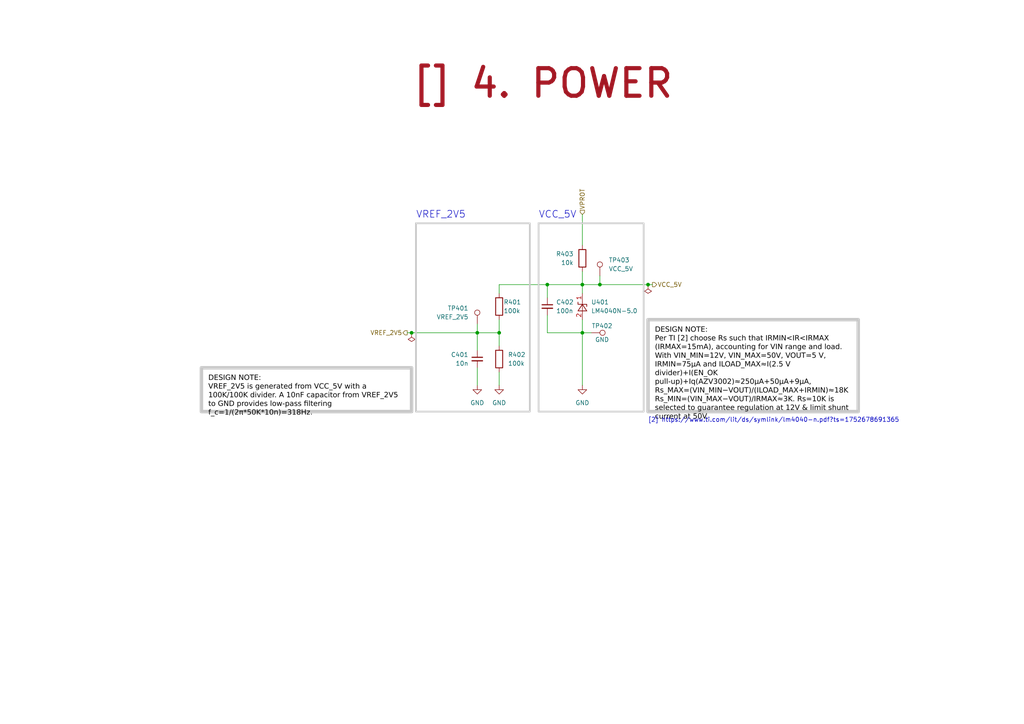
<source format=kicad_sch>
(kicad_sch (version 20250114) (generator "eeschema") (generator_version "9.0")
  (paper "A4")
  (title_block (title "4. POWER") (date "2025-01-12") (rev "${REVISION}") (company "${COMPANY}"))
  (lib_symbols
    (symbol "Connector:TestPoint" (pin_numbers (hide yes)) (pin_names (offset 0.762) (hide yes))
      (property "Reference" "TP" (at 0 6.858 0))
      (property "Value" "TestPoint" (at 0 5.08 0))
      (symbol "TestPoint_0_1"
        (circle (center 0 3.302) (radius 0.762))
      )
      (symbol "TestPoint_1_1"
        (pin passive line (at 0 0 90) (length 2.54) (name "1") (number "1"))
      )
    )
    (symbol "Device:C_Small" (pin_numbers (hide yes)) (pin_names (offset 0.254) (hide yes))
      (property "Reference" "C" (at 0.254 1.778 0))
      (property "Value" "C_Small" (at 0.254 -2.032 0))
      (symbol "C_Small_0_1"
        (polyline (pts (xy -1.524 0.508) (xy 1.524 0.508)) (stroke (width 0.3048)))
        (polyline (pts (xy -1.524 -0.508) (xy 1.524 -0.508)) (stroke (width 0.3302)))
      )
      (symbol "C_Small_1_1"
        (pin passive line (at 0 2.54 270) (length 2.032) (name "~") (number "1"))
        (pin passive line (at 0 -2.54 90) (length 2.032) (name "~") (number "2"))
      )
    )
    (symbol "Device:R" (pin_numbers (hide yes)) (pin_names (offset 0))
      (property "Reference" "R" (at 2.032 0 90))
      (property "Value" "R" (at 0 0 90))
      (symbol "R_0_1"
        (rectangle (start -1.016 -2.54) (end 1.016 2.54) (stroke (width 0.254)))
      )
      (symbol "R_1_1"
        (pin passive line (at 0 3.81 270) (length 1.27) (name "~") (number "1"))
        (pin passive line (at 0 -3.81 90) (length 1.27) (name "~") (number "2"))
      )
    )
    (symbol "Reference_Voltage:LM4040DBZ-5" (pin_names (offset 0.0254) (hide yes))
      (property "Reference" "U" (at 0 2.54 0))
      (property "Value" "LM4040DBZ-5" (at 0 -3.175 0))
      (symbol "LM4040DBZ-5_0_1"
        (polyline (pts (xy -1.27 0) (xy 0 0) (xy 1.27 0)))
        (polyline (pts (xy -1.27 -1.27) (xy 0.635 0) (xy -1.27 1.27) (xy -1.27 -1.27)) (stroke (width 0.2032)))
        (polyline (pts (xy 0 -1.27) (xy 0.635 -1.27) (xy 0.635 1.27) (xy 1.27 1.27)) (stroke (width 0.2032)))
      )
      (symbol "LM4040DBZ-5_1_1"
        (pin passive line (at -3.81 0 0) (length 2.54) (name "A") (number "2"))
        (pin no_connect line (at -1.27 0 0) (length 2.54) (hide yes) (name "NC") (number "3"))
        (pin passive line (at 3.81 0 180) (length 2.54) (name "K") (number "1"))
      )
    )
    (symbol "power:GND" (power) (pin_numbers (hide yes)) (pin_names (offset 0) (hide yes))
      (property "Value" "GND" (at 0 -3.81 0))
      (symbol "GND_0_1"
        (polyline (pts (xy 0 0) (xy 0 -1.27) (xy 1.27 -1.27) (xy 0 -2.54) (xy -1.27 -1.27) (xy 0 -1.27)))
      )
      (symbol "GND_1_1"
        (pin power_in line (at 0 0 270) (length 0) (name "~") (number "1"))
      )
    )
    (symbol "power:PWR_FLAG" (power) (pin_numbers (hide yes)) (pin_names (offset 0) (hide yes))
      (property "Value" "PWR_FLAG" (at 0 3.81 0))
      (symbol "PWR_FLAG_0_0"
        (pin power_out line (at 0 0 90) (length 0) (name "~") (number "1"))
      )
      (symbol "PWR_FLAG_0_1"
        (polyline (pts (xy 0 0) (xy 0 1.27) (xy -1.016 1.905) (xy 0 2.54) (xy 1.016 1.905) (xy 0 1.27)))
      )
    )
  )
  (rectangle (start 120.65 64.77) (end 153.67 119.38) (stroke (width 0.5) (color 200 200 200 1)))
  (rectangle (start 156.21 64.77) (end 186.69 119.38) (stroke (width 0.5) (color 200 200 200 1)))
  (text "VREF_2V5" (at 120.65 63.5 0) (effects (font (size 2 2)) (justify left bottom)))
  (text "" (at 125.73 53.34 0) (effects (font (size 2 2)) (justify left bottom)))
  (text "VCC_5V" (at 156.21 63.5 0) (effects (font (size 2 2)) (justify left bottom)))
  (text "[2] https://www.ti.com/lit/ds/symlink/lm4040-n.pdf?ts=1752678691365" (at 187.96 121.92 0) (effects (font (size 1.27 1.27)) (justify left)))
  (text_box "DESIGN NOTE:\nVREF_2V5 is generated from VCC_5V with a 100K/100K divider. A 10nF capacitor from VREF_2V5 to GND provides low-pass filtering f_c=1/(2π*50K*10n)=318Hz." (at 58.42 106.68 0) (size 60.96 12.7) (margins 2 2 2 2) (stroke (width 1) (color 200 200 200 1)) (effects (font (size 1.5 1.5)) (justify left top)))
  (text_box "DESIGN NOTE:\nPer TI [2] choose Rs such that IRMIN<IR<IRMAX (IRMAX=15mA), accounting for VIN range and load.\nWith VIN_MIN=12V, VIN_MAX=50V, VOUT=5 V, IRMIN=75µA and ILOAD_MAX≈I(2.5 V divider)+I(EN_OK pull-up)+Iq(AZV3002)≈250µA+50µA+9µA,\nRs_MAX=(VIN_MIN−VOUT)/(ILOAD_MAX+IRMIN)≈18K\nRs_MIN=(VIN_MAX−VOUT)/IRMAX≈3K. Rs=10K is selected to guarantee regulation at 12V & limit shunt current at 50V." (at 187.96 92.71 0) (size 60.96 26.67) (margins 2 2 2 2) (stroke (width 1) (color 200 200 200 1)) (effects (font (size 1.5 1.5)) (justify left top)))
  (text_box "[${#}] ${TITLE}" (at 76.2 17.78 0) (size 162.56 12.7) (margins 5.9999 5.9999 5.9999 5.9999) (stroke (width -0.0001)) (effects (font (size 8 8) (thickness 1.2) (bold yes))))
  (junction (at 138.43 96.52))
  (junction (at 173.99 82.55))
  (junction (at 158.75 82.55))
  (junction (at 187.96 82.55))
  (junction (at 119.38 96.52))
  (junction (at 168.91 96.52))
  (junction (at 168.91 82.55))
  (junction (at 144.78 96.52))
  (wire (pts (xy 144.78 92.71) (xy 144.78 96.52)))
  (wire (pts (xy 158.75 91.44) (xy 158.75 96.52)))
  (wire (pts (xy 168.91 92.71) (xy 168.91 96.52)))
  (wire (pts (xy 168.91 78.74) (xy 168.91 82.55)))
  (wire (pts (xy 144.78 107.95) (xy 144.78 111.76)))
  (wire (pts (xy 119.38 96.52) (xy 138.43 96.52)))
  (wire (pts (xy 168.91 62.23) (xy 168.91 71.12)))
  (wire (pts (xy 173.99 82.55) (xy 173.99 80.01)))
  (wire (pts (xy 144.78 82.55) (xy 144.78 85.09)))
  (wire (pts (xy 168.91 82.55) (xy 168.91 85.09)))
  (wire (pts (xy 138.43 96.52) (xy 138.43 101.6)))
  (wire (pts (xy 144.78 96.52) (xy 144.78 100.33)))
  (wire (pts (xy 138.43 93.98) (xy 138.43 96.52)))
  (wire (pts (xy 158.75 82.55) (xy 158.75 86.36)))
  (wire (pts (xy 144.78 82.55) (xy 158.75 82.55)))
  (wire (pts (xy 173.99 82.55) (xy 187.96 82.55)))
  (wire (pts (xy 118.11 96.52) (xy 119.38 96.52)))
  (wire (pts (xy 168.91 96.52) (xy 171.45 96.52)))
  (wire (pts (xy 187.96 82.55) (xy 189.23 82.55)))
  (wire (pts (xy 168.91 96.52) (xy 168.91 111.76)))
  (wire (pts (xy 158.75 96.52) (xy 168.91 96.52)))
  (wire (pts (xy 168.91 82.55) (xy 173.99 82.55)))
  (wire (pts (xy 138.43 106.68) (xy 138.43 111.76)))
  (wire (pts (xy 138.43 96.52) (xy 144.78 96.52)))
  (wire (pts (xy 168.91 82.55) (xy 158.75 82.55)))
  (hierarchical_label "VCC_5V" (shape output) (at 189.23 82.55 0))
  (hierarchical_label "VPROT" (shape input) (at 168.91 62.23 90))
  (hierarchical_label "VREF_2V5" (shape output) (at 118.11 96.52 180))
  (symbol (lib_id "Device:R") (at 144.78 88.9 180) (unit 1)
    (property "Reference" "R401" (at 146.05 87.63 0) (effects (justify right)))
    (property "Value" "100k" (at 146.05 90.17 0) (effects (justify right)))
    (property "Footprint" "Resistor_SMD:R_1206_3216Metric_Pad1.30x1.75mm_HandSolder" (effects (hide yes)))
    (property "Description" "Resistor" (effects (hide yes)))
  )
  (symbol (lib_id "power:GND") (at 168.91 111.76 0) (unit 1)
    (property "Reference" "#PWR0403" (effects (hide yes)))
    (property "Value" "GND" (at 168.91 116.84 0))
    (property "Description" "Power symbol creates a global label with name \"GND\" , ground" (effects (hide yes)))
  )
  (symbol (lib_id "Reference_Voltage:LM4040DBZ-5") (at 168.91 88.9 90) (unit 1)
    (property "Reference" "U401" (at 171.45 87.63 90) (effects (justify right)))
    (property "Value" "LM4040N-5.0" (at 171.45 90.17 90) (effects (justify right)))
    (property "Footprint" "Package_TO_SOT_SMD:SOT-23" (effects (hide yes)))
    (property "Datasheet" "http://www.ti.com/lit/ds/symlink/lm4040-n.pdf" (effects (hide yes)))
    (property "Description" "5.000V Precision Micropower Shunt Voltage Reference, SOT-23" (effects (hide yes)))
    (property "Manufacturer" "Texas Instruments" (effects (hide yes)))
    (property "MPN" "LM4040CIM3-5.0/NOPB" (effects (hide yes)))
  )
  (symbol (lib_id "Device:R") (at 144.78 104.14 180) (unit 1)
    (property "Reference" "R402" (at 147.32 102.8699 0) (effects (justify right)))
    (property "Value" "100k" (at 147.32 105.4099 0) (effects (justify right)))
    (property "Footprint" "Resistor_SMD:R_1206_3216Metric_Pad1.30x1.75mm_HandSolder" (effects (hide yes)))
    (property "Description" "Resistor" (effects (hide yes)))
  )
  (symbol (lib_id "power:PWR_FLAG") (at 119.38 96.52 180) (unit 1)
    (property "Reference" "#FLG0904" (effects (hide yes)))
    (property "Value" "PWR_FLAG" (effects (hide yes)))
    (property "Description" "Special symbol for telling ERC where power comes from" (effects (hide yes)))
  )
  (symbol (lib_id "Device:C_Small") (at 158.75 88.9 0) (unit 1)
    (property "Reference" "C402" (at 161.29 87.6362 0) (effects (justify left)))
    (property "Value" "100n" (at 161.29 90.1762 0) (effects (justify left)))
    (property "Footprint" "Capacitor_SMD:C_0603_1608Metric_Pad1.08x0.95mm_HandSolder" (effects (hide yes)))
    (property "Datasheet" "https://mm.digikey.com/Volume0/opasdata/d220001/medias/docus/931/C_Series_GeneralAppl_B11.pdf" (effects (hide yes)))
    (property "Description" "CAP CER 0.1UF 16V X7R 0603" (effects (hide yes)))
    (property "Manufacturer" "TPK" (effects (hide yes)))
    (property "MPN" "C1608X7R1C104KT" (effects (hide yes)))
    (property "Dielectric" "X7R" (effects (hide yes)))
    (property "Voltage_Rating" "16V" (effects (hide yes)))
    (property "Tolerance" "10%" (effects (hide yes)))
  )
  (symbol (lib_id "power:PWR_FLAG") (at 187.96 82.55 180) (unit 1)
    (property "Reference" "#FLG0901" (effects (hide yes)))
    (property "Value" "PWR_FLAG" (effects (hide yes)))
    (property "Description" "Special symbol for telling ERC where power comes from" (effects (hide yes)))
  )
  (symbol (lib_id "Device:R") (at 168.91 74.93 180) (unit 1)
    (property "Reference" "R403" (at 166.37 73.66 0) (effects (justify left)))
    (property "Value" "10k" (at 166.37 76.2 0) (effects (justify left)))
    (property "Footprint" "Resistor_SMD:R_1206_3216Metric_Pad1.30x1.75mm_HandSolder" (effects (hide yes)))
    (property "Description" "Resistor" (effects (hide yes)))
  )
  (symbol (lib_id "power:GND") (at 144.78 111.76 0) (unit 1)
    (property "Reference" "#PWR0402" (effects (hide yes)))
    (property "Value" "GND" (at 144.78 116.84 0))
    (property "Description" "Power symbol creates a global label with name \"GND\" , ground" (effects (hide yes)))
  )
  (symbol (lib_id "Connector:TestPoint") (at 138.43 93.98 0) (mirror y) (unit 1) (in_bom no)
    (property "Reference" "TP401" (at 135.89 89.4079 0) (effects (justify left)))
    (property "Value" "VREF_2V5" (at 135.89 91.9479 0) (effects (justify left)))
    (property "Footprint" "TestPoint:TestPoint_Pad_D1.5mm" (effects (hide yes)))
    (property "Description" "test point" (effects (hide yes)))
  )
  (symbol (lib_id "Device:C_Small") (at 138.43 104.14 0) (mirror y) (unit 1)
    (property "Reference" "C401" (at 135.89 102.8762 0) (effects (justify left)))
    (property "Value" "10n" (at 135.89 105.4162 0) (effects (justify left)))
    (property "Footprint" "Capacitor_SMD:C_0603_1608Metric_Pad1.08x0.95mm_HandSolder" (effects (hide yes)))
    (property "Datasheet" "https://mm.digikey.com/Volume0/opasdata/d220001/medias/docus/931/C_Series_GeneralAppl_B11.pdf" (effects (hide yes)))
    (property "Description" "CAP CER 0.01UF 50V X7R 0603" (effects (hide yes)))
    (property "Manufacturer" "TPK" (effects (hide yes)))
    (property "MPN" "C1608X7R1H103KT" (effects (hide yes)))
    (property "Dielectric" "X7R" (effects (hide yes)))
    (property "Voltage_Rating" "50V" (effects (hide yes)))
    (property "Tolerance" "10%" (effects (hide yes)))
  )
  (symbol (lib_id "Connector:TestPoint") (at 173.99 80.01 0) (unit 1) (in_bom no)
    (property "Reference" "TP403" (at 176.53 75.4379 0) (effects (justify left)))
    (property "Value" "VCC_5V" (at 176.53 77.9779 0) (effects (justify left)))
    (property "Footprint" "TestPoint:TestPoint_Pad_D1.5mm" (effects (hide yes)))
    (property "Description" "test point" (effects (hide yes)))
  )
  (symbol (lib_id "Connector:TestPoint") (at 171.45 96.52 270) (unit 1) (in_bom no)
    (property "Reference" "TP402" (at 174.625 95.25 90) (effects (justify bottom)))
    (property "Value" "GND" (at 174.625 97.79 90) (effects (justify top)))
    (property "Footprint" "TestPoint:TestPoint_THTPad_2.0x2.0mm_Drill1.0mm" (effects (hide yes)))
    (property "Description" "test point" (effects (hide yes)))
  )
  (symbol (lib_id "power:GND") (at 138.43 111.76 0) (unit 1)
    (property "Reference" "#PWR0401" (effects (hide yes)))
    (property "Value" "GND" (at 138.43 116.84 0))
    (property "Description" "Power symbol creates a global label with name \"GND\" , ground" (effects (hide yes)))
  )
)
</source>
